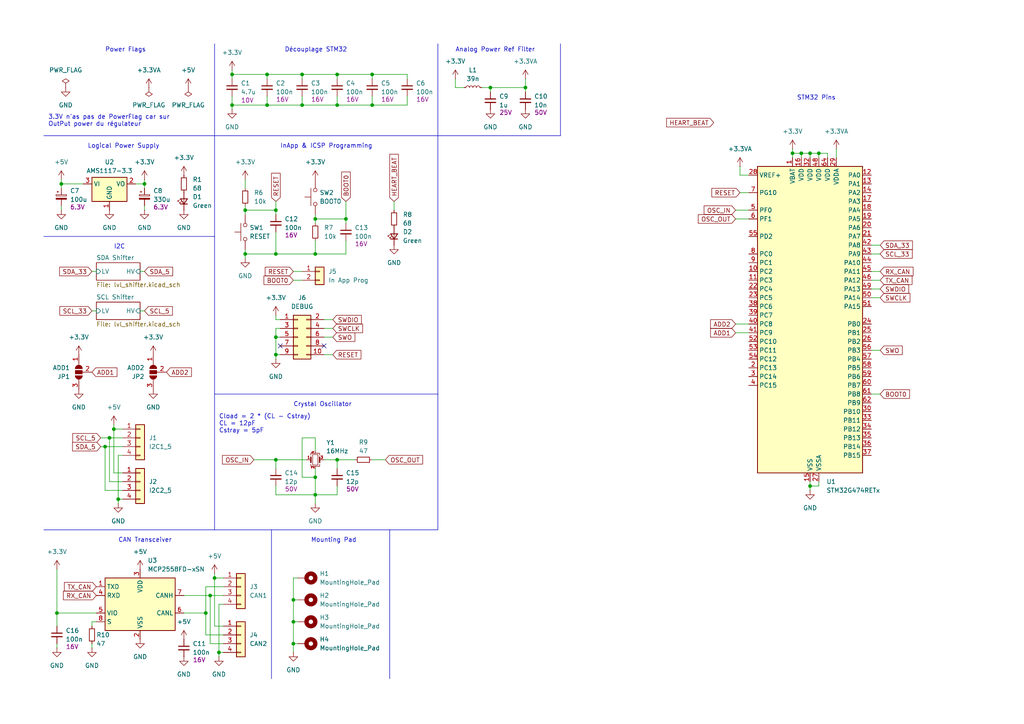
<source format=kicad_sch>
(kicad_sch (version 20231120) (generator "eeschema") (generator_version "8.0")
  (paper "A4")
  (junction (at 67.31 21.59))
  (junction (at 63.5 189.23))
  (junction (at 232.41 44.45))
  (junction (at 85.09 180.34))
  (junction (at 34.29 144.78))
  (junction (at 100.33 63.5))
  (junction (at 97.79 133.35))
  (junction (at 59.69 177.8))
  (junction (at 91.44 138.43))
  (junction (at 60.96 172.72))
  (junction (at 237.49 44.45))
  (junction (at 107.95 30.48))
  (junction (at 71.12 60.96))
  (junction (at 91.44 143.51))
  (junction (at 234.95 44.45))
  (junction (at 87.63 30.48))
  (junction (at 62.23 167.64))
  (junction (at 17.78 53.34))
  (junction (at 16.51 177.8))
  (junction (at 80.01 97.79))
  (junction (at 80.01 60.96))
  (junction (at 107.95 21.59))
  (junction (at 91.44 63.5))
  (junction (at 85.09 173.99))
  (junction (at 87.63 21.59))
  (junction (at 142.24 25.4))
  (junction (at 80.01 102.87))
  (junction (at 80.01 73.66))
  (junction (at 41.91 53.34))
  (junction (at 33.02 124.46))
  (junction (at 31.75 127))
  (junction (at 30.48 129.54))
  (junction (at 67.31 30.48))
  (junction (at 80.01 133.35))
  (junction (at 152.4 25.4))
  (junction (at 234.95 140.97))
  (junction (at 97.79 30.48))
  (junction (at 71.12 73.66))
  (junction (at 77.47 21.59))
  (junction (at 77.47 30.48))
  (junction (at 229.87 44.45))
  (junction (at 85.09 186.69))
  (junction (at 97.79 21.59))
  (junction (at 91.44 73.66))
  (no_connect (at 81.28 100.33))
  (no_connect (at 93.98 100.33))
  (wire (pts (xy 64.77 170.18) (xy 59.69 170.18)))
  (wire (pts (xy 87.63 127) (xy 91.44 127)))
  (wire (pts (xy 252.73 101.6) (xy 255.27 101.6)))
  (wire (pts (xy 85.09 186.69) (xy 86.36 186.69)))
  (wire (pts (xy 114.3 58.42) (xy 114.3 60.96)))
  (wire (pts (xy 33.02 124.46) (xy 35.56 124.46)))
  (wire (pts (xy 91.44 135.89) (xy 91.44 138.43)))
  (wire (pts (xy 142.24 25.4) (xy 142.24 26.67)))
  (wire (pts (xy 152.4 25.4) (xy 142.24 25.4)))
  (wire (pts (xy 139.7 25.4) (xy 142.24 25.4)))
  (wire (pts (xy 64.77 167.64) (xy 62.23 167.64)))
  (wire (pts (xy 87.63 21.59) (xy 77.47 21.59)))
  (wire (pts (xy 132.08 25.4) (xy 134.62 25.4)))
  (wire (pts (xy 16.51 177.8) (xy 16.51 165.1)))
  (wire (pts (xy 85.09 186.69) (xy 85.09 180.34)))
  (wire (pts (xy 26.67 78.74) (xy 27.94 78.74)))
  (wire (pts (xy 80.01 60.96) (xy 71.12 60.96)))
  (wire (pts (xy 213.36 93.98) (xy 217.17 93.98)))
  (wire (pts (xy 100.33 58.42) (xy 100.33 63.5)))
  (wire (pts (xy 213.36 63.5) (xy 217.17 63.5)))
  (wire (pts (xy 237.49 44.45) (xy 234.95 44.45)))
  (wire (pts (xy 252.73 83.82) (xy 255.27 83.82)))
  (wire (pts (xy 40.64 90.17) (xy 41.91 90.17)))
  (wire (pts (xy 81.28 95.25) (xy 80.01 95.25)))
  (wire (pts (xy 29.21 129.54) (xy 30.48 129.54)))
  (wire (pts (xy 63.5 175.26) (xy 63.5 189.23)))
  (polyline (pts (xy 62.23 68.58) (xy 62.23 153.67)))
  (wire (pts (xy 97.79 143.51) (xy 91.44 143.51)))
  (wire (pts (xy 152.4 26.67) (xy 152.4 25.4)))
  (wire (pts (xy 97.79 133.35) (xy 97.79 135.89)))
  (polyline (pts (xy 127 114.3) (xy 62.23 114.3)))
  (wire (pts (xy 100.33 73.66) (xy 91.44 73.66)))
  (wire (pts (xy 93.98 97.79) (xy 96.52 97.79)))
  (wire (pts (xy 252.73 114.3) (xy 255.27 114.3)))
  (wire (pts (xy 107.95 133.35) (xy 111.76 133.35)))
  (wire (pts (xy 67.31 30.48) (xy 67.31 31.75)))
  (wire (pts (xy 240.03 45.72) (xy 240.03 44.45)))
  (wire (pts (xy 252.73 71.12) (xy 255.27 71.12)))
  (wire (pts (xy 16.51 186.69) (xy 16.51 187.96)))
  (wire (pts (xy 85.09 81.28) (xy 87.63 81.28)))
  (wire (pts (xy 62.23 167.64) (xy 62.23 166.37)))
  (wire (pts (xy 87.63 27.94) (xy 87.63 30.48)))
  (wire (pts (xy 234.95 140.97) (xy 234.95 142.24)))
  (wire (pts (xy 93.98 133.35) (xy 97.79 133.35)))
  (polyline (pts (xy 127 12.7) (xy 127 39.37)))
  (wire (pts (xy 34.29 144.78) (xy 35.56 144.78)))
  (wire (pts (xy 118.11 22.86) (xy 118.11 21.59)))
  (polyline (pts (xy 127 39.37) (xy 162.56 39.37)))
  (wire (pts (xy 73.66 133.35) (xy 80.01 133.35)))
  (wire (pts (xy 80.01 91.44) (xy 80.01 92.71)))
  (wire (pts (xy 237.49 139.7) (xy 237.49 140.97)))
  (wire (pts (xy 27.94 177.8) (xy 16.51 177.8)))
  (wire (pts (xy 217.17 50.8) (xy 214.63 50.8)))
  (polyline (pts (xy 62.23 39.37) (xy 127 39.37)))
  (wire (pts (xy 24.13 53.34) (xy 17.78 53.34)))
  (wire (pts (xy 77.47 21.59) (xy 67.31 21.59)))
  (wire (pts (xy 67.31 21.59) (xy 67.31 22.86)))
  (wire (pts (xy 41.91 60.96) (xy 41.91 59.69)))
  (wire (pts (xy 80.01 97.79) (xy 81.28 97.79)))
  (wire (pts (xy 234.95 139.7) (xy 234.95 140.97)))
  (wire (pts (xy 229.87 43.18) (xy 229.87 44.45)))
  (wire (pts (xy 97.79 21.59) (xy 87.63 21.59)))
  (wire (pts (xy 91.44 63.5) (xy 91.44 64.77)))
  (wire (pts (xy 63.5 189.23) (xy 63.5 190.5)))
  (wire (pts (xy 29.21 127) (xy 31.75 127)))
  (wire (pts (xy 34.29 144.78) (xy 34.29 146.05)))
  (wire (pts (xy 39.37 53.34) (xy 41.91 53.34)))
  (wire (pts (xy 107.95 27.94) (xy 107.95 30.48)))
  (wire (pts (xy 62.23 181.61) (xy 62.23 167.64)))
  (wire (pts (xy 232.41 45.72) (xy 232.41 44.45)))
  (wire (pts (xy 214.63 55.88) (xy 217.17 55.88)))
  (wire (pts (xy 213.36 96.52) (xy 217.17 96.52)))
  (wire (pts (xy 67.31 27.94) (xy 67.31 30.48)))
  (wire (pts (xy 234.95 44.45) (xy 232.41 44.45)))
  (wire (pts (xy 214.63 50.8) (xy 214.63 48.26)))
  (wire (pts (xy 87.63 138.43) (xy 91.44 138.43)))
  (wire (pts (xy 97.79 27.94) (xy 97.79 30.48)))
  (wire (pts (xy 26.67 90.17) (xy 27.94 90.17)))
  (wire (pts (xy 85.09 167.64) (xy 86.36 167.64)))
  (wire (pts (xy 80.01 133.35) (xy 88.9 133.35)))
  (wire (pts (xy 234.95 45.72) (xy 234.95 44.45)))
  (wire (pts (xy 17.78 52.07) (xy 17.78 53.34)))
  (wire (pts (xy 107.95 22.86) (xy 107.95 21.59)))
  (wire (pts (xy 252.73 78.74) (xy 255.27 78.74)))
  (wire (pts (xy 91.44 63.5) (xy 100.33 63.5)))
  (wire (pts (xy 107.95 30.48) (xy 97.79 30.48)))
  (polyline (pts (xy 62.23 12.7) (xy 62.23 39.37)))
  (wire (pts (xy 91.44 69.85) (xy 91.44 73.66)))
  (wire (pts (xy 97.79 140.97) (xy 97.79 143.51)))
  (wire (pts (xy 252.73 73.66) (xy 255.27 73.66)))
  (wire (pts (xy 67.31 20.32) (xy 67.31 21.59)))
  (wire (pts (xy 152.4 22.86) (xy 152.4 25.4)))
  (wire (pts (xy 80.01 140.97) (xy 80.01 143.51)))
  (wire (pts (xy 100.33 63.5) (xy 100.33 64.77)))
  (wire (pts (xy 100.33 69.85) (xy 100.33 73.66)))
  (wire (pts (xy 60.96 172.72) (xy 64.77 172.72)))
  (wire (pts (xy 31.75 127) (xy 35.56 127)))
  (polyline (pts (xy 113.03 153.67) (xy 113.03 196.85)))
  (wire (pts (xy 80.01 58.42) (xy 80.01 60.96)))
  (wire (pts (xy 252.73 86.36) (xy 255.27 86.36)))
  (wire (pts (xy 53.34 177.8) (xy 59.69 177.8)))
  (wire (pts (xy 77.47 27.94) (xy 77.47 30.48)))
  (wire (pts (xy 97.79 30.48) (xy 87.63 30.48)))
  (wire (pts (xy 30.48 142.24) (xy 30.48 129.54)))
  (wire (pts (xy 118.11 27.94) (xy 118.11 30.48)))
  (wire (pts (xy 107.95 21.59) (xy 97.79 21.59)))
  (polyline (pts (xy 127 39.37) (xy 127 114.3)))
  (wire (pts (xy 93.98 95.25) (xy 96.52 95.25)))
  (wire (pts (xy 80.01 62.23) (xy 80.01 60.96)))
  (polyline (pts (xy 127 153.67) (xy 127 114.3)))
  (wire (pts (xy 93.98 92.71) (xy 96.52 92.71)))
  (polyline (pts (xy 113.03 153.67) (xy 127 153.67)))
  (wire (pts (xy 80.01 102.87) (xy 81.28 102.87)))
  (wire (pts (xy 93.98 102.87) (xy 96.52 102.87)))
  (wire (pts (xy 240.03 44.45) (xy 237.49 44.45)))
  (wire (pts (xy 237.49 140.97) (xy 234.95 140.97)))
  (polyline (pts (xy 12.7 153.67) (xy 62.23 153.67)))
  (wire (pts (xy 232.41 44.45) (xy 229.87 44.45)))
  (wire (pts (xy 35.56 139.7) (xy 31.75 139.7)))
  (wire (pts (xy 17.78 60.96) (xy 17.78 59.69)))
  (wire (pts (xy 33.02 137.16) (xy 35.56 137.16)))
  (wire (pts (xy 80.01 73.66) (xy 71.12 73.66)))
  (wire (pts (xy 91.44 130.81) (xy 91.44 127)))
  (wire (pts (xy 71.12 52.07) (xy 71.12 54.61)))
  (polyline (pts (xy 62.23 153.67) (xy 78.74 153.67)))
  (wire (pts (xy 71.12 72.39) (xy 71.12 73.66)))
  (wire (pts (xy 80.01 92.71) (xy 81.28 92.71)))
  (wire (pts (xy 87.63 127) (xy 87.63 138.43)))
  (wire (pts (xy 30.48 129.54) (xy 35.56 129.54)))
  (wire (pts (xy 40.64 78.74) (xy 41.91 78.74)))
  (wire (pts (xy 91.44 138.43) (xy 91.44 143.51)))
  (wire (pts (xy 80.01 67.31) (xy 80.01 73.66)))
  (polyline (pts (xy 12.7 39.37) (xy 62.23 39.37)))
  (wire (pts (xy 35.56 132.08) (xy 34.29 132.08)))
  (wire (pts (xy 242.57 43.18) (xy 242.57 45.72)))
  (wire (pts (xy 85.09 180.34) (xy 86.36 180.34)))
  (wire (pts (xy 85.09 173.99) (xy 86.36 173.99)))
  (wire (pts (xy 33.02 123.19) (xy 33.02 124.46)))
  (wire (pts (xy 17.78 53.34) (xy 17.78 54.61)))
  (wire (pts (xy 33.02 124.46) (xy 33.02 137.16)))
  (wire (pts (xy 31.75 139.7) (xy 31.75 127)))
  (wire (pts (xy 16.51 177.8) (xy 16.51 181.61)))
  (wire (pts (xy 85.09 189.23) (xy 85.09 186.69)))
  (wire (pts (xy 60.96 186.69) (xy 60.96 172.72)))
  (polyline (pts (xy 12.7 68.58) (xy 62.23 68.58)))
  (wire (pts (xy 34.29 132.08) (xy 34.29 144.78)))
  (wire (pts (xy 91.44 143.51) (xy 91.44 146.05)))
  (wire (pts (xy 237.49 45.72) (xy 237.49 44.45)))
  (wire (pts (xy 80.01 97.79) (xy 80.01 102.87)))
  (wire (pts (xy 59.69 184.15) (xy 59.69 177.8)))
  (polyline (pts (xy 78.74 153.67) (xy 113.03 153.67)))
  (wire (pts (xy 26.67 180.34) (xy 26.67 181.61)))
  (wire (pts (xy 59.69 170.18) (xy 59.69 177.8)))
  (wire (pts (xy 80.01 102.87) (xy 80.01 104.14)))
  (wire (pts (xy 118.11 30.48) (xy 107.95 30.48)))
  (wire (pts (xy 97.79 133.35) (xy 102.87 133.35)))
  (wire (pts (xy 77.47 22.86) (xy 77.47 21.59)))
  (wire (pts (xy 41.91 53.34) (xy 41.91 54.61)))
  (wire (pts (xy 27.94 180.34) (xy 26.67 180.34)))
  (wire (pts (xy 63.5 189.23) (xy 64.77 189.23)))
  (wire (pts (xy 213.36 60.96) (xy 217.17 60.96)))
  (polyline (pts (xy 162.56 12.7) (xy 162.56 39.37)))
  (wire (pts (xy 91.44 73.66) (xy 80.01 73.66)))
  (wire (pts (xy 80.01 143.51) (xy 91.44 143.51)))
  (wire (pts (xy 41.91 53.34) (xy 41.91 52.07)))
  (wire (pts (xy 229.87 44.45) (xy 229.87 45.72)))
  (wire (pts (xy 132.08 22.86) (xy 132.08 25.4)))
  (wire (pts (xy 118.11 21.59) (xy 107.95 21.59)))
  (wire (pts (xy 35.56 142.24) (xy 30.48 142.24)))
  (wire (pts (xy 53.34 172.72) (xy 60.96 172.72)))
  (wire (pts (xy 80.01 133.35) (xy 80.01 135.89)))
  (wire (pts (xy 64.77 175.26) (xy 63.5 175.26)))
  (wire (pts (xy 71.12 59.69) (xy 71.12 60.96)))
  (wire (pts (xy 77.47 30.48) (xy 67.31 30.48)))
  (wire (pts (xy 252.73 81.28) (xy 255.27 81.28)))
  (wire (pts (xy 97.79 22.86) (xy 97.79 21.59)))
  (wire (pts (xy 87.63 22.86) (xy 87.63 21.59)))
  (polyline (pts (xy 78.74 153.67) (xy 78.74 196.85)))
  (wire (pts (xy 64.77 181.61) (xy 62.23 181.61)))
  (wire (pts (xy 64.77 184.15) (xy 59.69 184.15)))
  (wire (pts (xy 85.09 180.34) (xy 85.09 173.99)))
  (wire (pts (xy 71.12 73.66) (xy 71.12 74.93)))
  (wire (pts (xy 80.01 95.25) (xy 80.01 97.79)))
  (wire (pts (xy 64.77 186.69) (xy 60.96 186.69)))
  (polyline (pts (xy 62.23 39.37) (xy 62.23 68.58)))
  (wire (pts (xy 85.09 173.99) (xy 85.09 167.64)))
  (wire (pts (xy 91.44 62.23) (xy 91.44 63.5)))
  (wire (pts (xy 87.63 30.48) (xy 77.47 30.48)))
  (wire (pts (xy 71.12 60.96) (xy 71.12 62.23)))
  (wire (pts (xy 26.67 186.69) (xy 26.67 187.96)))
  (wire (pts (xy 85.09 78.74) (xy 87.63 78.74)))
  (text "I2C" (at 33.02 72.39 0) (effects (font (size 1.27 1.27)) (justify left bottom)))
  (text "Analog Power Ref Filter" (at 132.08 15.24 0) (effects (font (size 1.27 1.27)) (justify left bottom)))
  (text "STM32 Pins" (at 231.14 29.21 0) (effects (font (size 1.27 1.27)) (justify left bottom)))
  (text "Mounting Pad" (at 90.17 157.48 0) (effects (font (size 1.27 1.27)) (justify left bottom)))
  (text "Crystal Oscillator" (at 85.09 118.11 0) (effects (font (size 1.27 1.27)) (justify left bottom)))
  (text "3.3V n'as pas de PowerFlag car sur \nOutPut power du régulateur" (at 13.97 36.83 0) (effects (font (size 1.27 1.27)) (justify left bottom)))
  (text "Découplage STM32" (at 82.55 15.24 0) (effects (font (size 1.27 1.27)) (justify left bottom)))
  (text "Power Flags" (at 30.48 15.24 0) (effects (font (size 1.27 1.27)) (justify left bottom)))
  (text "CAN Transceiver" (at 34.29 157.48 0) (effects (font (size 1.27 1.27)) (justify left bottom)))
  (text "InApp & ICSP Programming" (at 81.28 43.18 0) (effects (font (size 1.27 1.27)) (justify left bottom)))
  (text "Logical Power Supply" (at 25.4 43.18 0) (effects (font (size 1.27 1.27)) (justify left bottom)))
  (text "Cload = 2 * (CL - Cstray)\nCL = 12pF\nCstray = 5pF" (at 63.5 125.73 0) (effects (font (size 1.27 1.27)) (justify left bottom)))
  (global_label "SDA_5" (shape input) (at 41.91 78.74 0) (property "Intersheetrefs" "${INTERSHEET_REFS}" (effects (hide yes))))
  (global_label "ADD1" (shape input) (at 213.36 96.52 180) (property "Intersheetrefs" "${INTERSHEET_REFS}" (effects (hide yes))))
  (global_label "OSC_OUT" (shape input) (at 111.76 133.35 0) (property "Intersheetrefs" "${INTERSHEET_REFS}" (effects (hide yes))))
  (global_label "TX_CAN" (shape input) (at 27.94 170.18 180) (property "Intersheetrefs" "${INTERSHEET_REFS}" (effects (hide yes))))
  (global_label "SCL_33" (shape input) (at 255.27 73.66 0) (property "Intersheetrefs" "${INTERSHEET_REFS}" (effects (hide yes))))
  (global_label "RESET" (shape input) (at 85.09 78.74 180) (property "Intersheetrefs" "${INTERSHEET_REFS}" (effects (hide yes))))
  (global_label "SWCLK" (shape input) (at 96.52 95.25 0) (property "Intersheetrefs" "${INTERSHEET_REFS}" (effects (hide yes))))
  (global_label "RX_CAN" (shape input) (at 255.27 78.74 0) (property "Intersheetrefs" "${INTERSHEET_REFS}" (effects (hide yes))))
  (global_label "HEART_BEAT" (shape input) (at 114.3 58.42 90) (property "Intersheetrefs" "${INTERSHEET_REFS}" (effects (hide yes))))
  (global_label "SWDIO" (shape input) (at 255.27 83.82 0) (property "Intersheetrefs" "${INTERSHEET_REFS}" (effects (hide yes))))
  (global_label "SDA_33" (shape input) (at 255.27 71.12 0) (property "Intersheetrefs" "${INTERSHEET_REFS}" (effects (hide yes))))
  (global_label "SDA_33" (shape input) (at 26.67 78.74 180) (property "Intersheetrefs" "${INTERSHEET_REFS}" (effects (hide yes))))
  (global_label "SCL_33" (shape input) (at 26.67 90.17 180) (property "Intersheetrefs" "${INTERSHEET_REFS}" (effects (hide yes))))
  (global_label "SWO" (shape input) (at 96.52 97.79 0) (property "Intersheetrefs" "${INTERSHEET_REFS}" (effects (hide yes))))
  (global_label "RESET" (shape input) (at 96.52 102.87 0) (property "Intersheetrefs" "${INTERSHEET_REFS}" (effects (hide yes))))
  (global_label "RX_CAN" (shape input) (at 27.94 172.72 180) (property "Intersheetrefs" "${INTERSHEET_REFS}" (effects (hide yes))))
  (global_label "HEART_BEAT" (shape input) (at 207.01 35.56 180) (property "Intersheetrefs" "${INTERSHEET_REFS}" (effects (hide yes))))
  (global_label "BOOT0" (shape input) (at 100.33 58.42 90) (property "Intersheetrefs" "${INTERSHEET_REFS}" (effects (hide yes))))
  (global_label "SDA_5" (shape input) (at 29.21 129.54 180) (property "Intersheetrefs" "${INTERSHEET_REFS}" (effects (hide yes))))
  (global_label "BOOT0" (shape input) (at 255.27 114.3 0) (property "Intersheetrefs" "${INTERSHEET_REFS}" (effects (hide yes))))
  (global_label "BOOT0" (shape input) (at 85.09 81.28 180) (property "Intersheetrefs" "${INTERSHEET_REFS}" (effects (hide yes))))
  (global_label "OSC_IN" (shape input) (at 213.36 60.96 180) (property "Intersheetrefs" "${INTERSHEET_REFS}" (effects (hide yes))))
  (global_label "SWDIO" (shape input) (at 96.52 92.71 0) (property "Intersheetrefs" "${INTERSHEET_REFS}" (effects (hide yes))))
  (global_label "SWCLK" (shape input) (at 255.27 86.36 0) (property "Intersheetrefs" "${INTERSHEET_REFS}" (effects (hide yes))))
  (global_label "SCL_5" (shape input) (at 41.91 90.17 0) (property "Intersheetrefs" "${INTERSHEET_REFS}" (effects (hide yes))))
  (global_label "SWO" (shape input) (at 255.27 101.6 0) (property "Intersheetrefs" "${INTERSHEET_REFS}" (effects (hide yes))))
  (global_label "RESET" (shape input) (at 214.63 55.88 180) (property "Intersheetrefs" "${INTERSHEET_REFS}" (effects (hide yes))))
  (global_label "SCL_5" (shape input) (at 29.21 127 180) (property "Intersheetrefs" "${INTERSHEET_REFS}" (effects (hide yes))))
  (global_label "ADD1" (shape input) (at 26.67 107.95 0) (property "Intersheetrefs" "${INTERSHEET_REFS}" (effects (hide yes))))
  (global_label "ADD2" (shape input) (at 213.36 93.98 180) (property "Intersheetrefs" "${INTERSHEET_REFS}" (effects (hide yes))))
  (global_label "ADD2" (shape input) (at 48.26 107.95 0) (property "Intersheetrefs" "${INTERSHEET_REFS}" (effects (hide yes))))
  (global_label "OSC_IN" (shape input) (at 73.66 133.35 180) (property "Intersheetrefs" "${INTERSHEET_REFS}" (effects (hide yes))))
  (global_label "RESET" (shape input) (at 80.01 58.42 90) (property "Intersheetrefs" "${INTERSHEET_REFS}" (effects (hide yes))))
  (global_label "OSC_OUT" (shape input) (at 213.36 63.5 180) (property "Intersheetrefs" "${INTERSHEET_REFS}" (effects (hide yes))))
  (global_label "TX_CAN" (shape input) (at 255.27 81.28 0) (property "Intersheetrefs" "${INTERSHEET_REFS}" (effects (hide yes))))
  (symbol (lib_id "power:+5V") (at 53.34 185.42 0) (unit 1)
    (property "Reference" "#PWR033" (effects (hide yes)))
    (property "Value" "+5V" (at 53.34 180.34 0))
    (property "Description" "Power symbol creates a global label with name \"+5V\"" (effects (hide yes)))
  )
  (symbol (lib_id "power:+5V") (at 17.78 52.07 0) (unit 1)
    (property "Reference" "#PWR07" (effects (hide yes)))
    (property "Value" "+5V" (at 17.78 46.99 0))
    (property "Description" "Power symbol creates a global label with name \"+5V\"" (effects (hide yes)))
  )
  (symbol (lib_id "power:GND") (at 53.34 190.5 0) (unit 1)
    (property "Reference" "#PWR034" (effects (hide yes)))
    (property "Value" "GND" (at 53.34 195.58 0))
    (property "Description" "Power symbol creates a global label with name \"GND\" , ground" (effects (hide yes)))
  )
  (symbol (lib_id "Jumper:SolderJumper_3_Open") (at 22.86 107.95 90) (mirror x) (unit 1)
    (property "Reference" "JP1" (at 20.32 109.22 90) (effects (justify left)))
    (property "Value" "ADD1" (at 20.32 106.68 90) (effects (justify left)))
    (property "Footprint" "Jumper:SolderJumper-3_P1.3mm_Open_RoundedPad1.0x1.5mm" (effects (hide yes)))
    (property "Description" "Solder Jumper, 3-pole, open" (effects (hide yes)))
    (property "JLCPCB BOM" "0" (effects (hide yes)))
  )
  (symbol (lib_id "Device:C_Small") (at 152.4 29.21 0) (unit 1)
    (property "Reference" "C10" (at 154.94 27.9463 0) (effects (justify left)))
    (property "Value" "10n" (at 154.94 30.4863 0) (effects (justify left)))
    (property "Footprint" "Capacitor_SMD:C_0402_1005Metric_Pad0.74x0.62mm_HandSolder" (effects (hide yes)))
    (property "Description" "Unpolarized capacitor, small symbol" (effects (hide yes)))
    (property "LCSC Part" "C15195" (effects (hide yes)))
    (property "Tension" "50V" (at 156.845 32.639 0))
  )
  (symbol (lib_id "power:+5V") (at 62.23 166.37 0) (unit 1)
    (property "Reference" "#PWR038" (effects (hide yes)))
    (property "Value" "+5V" (at 62.23 161.29 0))
    (property "Description" "Power symbol creates a global label with name \"+5V\"" (effects (hide yes)))
  )
  (symbol (lib_id "power:GND") (at 85.09 189.23 0) (unit 1)
    (property "Reference" "#PWR045" (effects (hide yes)))
    (property "Value" "GND" (at 85.09 194.31 0))
    (property "Description" "Power symbol creates a global label with name \"GND\" , ground" (effects (hide yes)))
  )
  (symbol (lib_id "power:+3.3V") (at 80.01 91.44 0) (unit 1)
    (property "Reference" "#PWR042" (effects (hide yes)))
    (property "Value" "+3.3V" (at 80.01 86.36 0))
    (property "Description" "Power symbol creates a global label with name \"+3.3V\"" (effects (hide yes)))
  )
  (symbol (lib_id "power:GND") (at 91.44 146.05 0) (unit 1)
    (property "Reference" "#PWR047" (effects (hide yes)))
    (property "Value" "GND" (at 91.44 151.13 0))
    (property "Description" "Power symbol creates a global label with name \"GND\" , ground" (effects (hide yes)))
  )
  (symbol (lib_id "power:+3.3VA") (at 242.57 43.18 0) (unit 1)
    (property "Reference" "#PWR015" (effects (hide yes)))
    (property "Value" "+3.3VA" (at 242.57 38.1 0))
    (property "Description" "Power symbol creates a global label with name \"+3.3VA\"" (effects (hide yes)))
  )
  (symbol (lib_id "Device:C_Small") (at 142.24 29.21 0) (unit 1)
    (property "Reference" "C9" (at 144.78 27.9463 0) (effects (justify left)))
    (property "Value" "1u" (at 144.78 30.4863 0) (effects (justify left)))
    (property "Footprint" "Capacitor_SMD:C_0402_1005Metric_Pad0.74x0.62mm_HandSolder" (effects (hide yes)))
    (property "Description" "Unpolarized capacitor, small symbol" (effects (hide yes)))
    (property "LCSC Part" "C52923" (effects (hide yes)))
    (property "Tension" "25V" (at 146.685 32.639 0))
  )
  (symbol (lib_id "Device:L_Small") (at 137.16 25.4 90) (unit 1)
    (property "Reference" "L1" (at 137.16 20.32 90))
    (property "Value" "39n" (at 137.16 22.86 90))
    (property "Footprint" "Inductor_SMD:L_0402_1005Metric_Pad0.77x0.64mm_HandSolder" (effects (hide yes)))
    (property "Description" "Inductor, small symbol" (effects (hide yes)))
    (property "LCSC Part" "C26443" (effects (hide yes)))
  )
  (symbol (lib_id "power:+3.3VA") (at 43.18 25.4 0) (unit 1)
    (property "Reference" "#PWR02" (effects (hide yes)))
    (property "Value" "+3.3VA" (at 43.18 20.32 0))
    (property "Description" "Power symbol creates a global label with name \"+3.3VA\"" (effects (hide yes)))
  )
  (symbol (lib_id "Device:C_Small") (at 53.34 187.96 0) (unit 1)
    (property "Reference" "C11" (at 55.88 186.6963 0) (effects (justify left)))
    (property "Value" "100n" (at 55.88 189.2363 0) (effects (justify left)))
    (property "Footprint" "Capacitor_SMD:C_0402_1005Metric_Pad0.74x0.62mm_HandSolder" (effects (hide yes)))
    (property "Description" "Unpolarized capacitor, small symbol" (effects (hide yes)))
    (property "LCSC Part" "C1525" (effects (hide yes)))
    (property "Tension" "16V" (at 57.785 191.389 0))
  )
  (symbol (lib_id "Device:C_Small") (at 80.01 64.77 0) (unit 1)
    (property "Reference" "C12" (at 82.55 63.5063 0) (effects (justify left)))
    (property "Value" "100n" (at 82.55 66.0463 0) (effects (justify left)))
    (property "Footprint" "Capacitor_SMD:C_0402_1005Metric_Pad0.74x0.62mm_HandSolder" (effects (hide yes)))
    (property "Description" "Unpolarized capacitor, small symbol" (effects (hide yes)))
    (property "LCSC Part" "C1525" (effects (hide yes)))
    (property "Tension" "16V" (at 84.455 68.199 0))
  )
  (symbol (lib_id "Mechanical:MountingHole_Pad") (at 88.9 180.34 270) (unit 1)
    (property "Reference" "H3" (at 92.71 179.07 90) (effects (justify left)))
    (property "Value" "MountingHole_Pad" (at 92.71 181.61 90) (effects (justify left)))
    (property "Footprint" "MountingHole:MountingHole_3.2mm_M3_Pad_Via" (effects (hide yes)))
    (property "Description" "Mounting Hole with connection" (effects (hide yes)))
    (property "JLCPCB BOM" "0" (effects (hide yes)))
  )
  (symbol (lib_id "Device:C_Small") (at 107.95 25.4 0) (unit 1)
    (property "Reference" "C5" (at 110.49 24.1363 0) (effects (justify left)))
    (property "Value" "100n" (at 110.49 26.6763 0) (effects (justify left)))
    (property "Footprint" "Capacitor_SMD:C_0402_1005Metric_Pad0.74x0.62mm_HandSolder" (effects (hide yes)))
    (property "Description" "Unpolarized capacitor, small symbol" (effects (hide yes)))
    (property "LCSC Part" "C1525" (effects (hide yes)))
    (property "Tension" "16V" (at 112.395 28.829 0))
  )
  (symbol (lib_id "Interface_CAN_LIN:MCP2558FD-xSN") (at 40.64 175.26 0) (unit 1)
    (property "Reference" "U3" (at 42.8341 162.56 0) (effects (justify left)))
    (property "Value" "MCP2558FD-xSN" (at 42.8341 165.1 0) (effects (justify left)))
    (property "Footprint" "Package_SO:SOIC-8_3.9x4.9mm_P1.27mm" (effects (hide yes)))
    (property "Datasheet" "https://ww1.microchip.com/downloads/en/DeviceDoc/20005533A.pdf" (effects (hide yes)))
    (property "Description" "CAN FD Transceiver with Silent Mode, up to 8 Mbps, SOIC-8" (effects (hide yes)))
    (property "LCSC Part" "C124015" (effects (hide yes)))
  )
  (symbol (lib_id "Connector_Generic:Conn_01x04") (at 69.85 170.18 0) (unit 1)
    (property "Reference" "J3" (at 72.39 170.18 0) (effects (justify left)))
    (property "Value" "CAN1" (at 72.39 172.72 0) (effects (justify left)))
    (property "Footprint" "Connector_JST:JST_EH_S4B-EH_1x04_P2.50mm_Horizontal" (effects (hide yes)))
    (property "Description" "Generic connector, single row, 01x04, script generated (kicad-library-utils/schlib/autogen/connector/)" (effects (hide yes)))
    (property "JLCPCB BOM" "0" (effects (hide yes)))
  )
  (symbol (lib_id "Device:C_Small") (at 97.79 25.4 0) (unit 1)
    (property "Reference" "C4" (at 100.33 24.1363 0) (effects (justify left)))
    (property "Value" "100n" (at 100.33 26.6763 0) (effects (justify left)))
    (property "Footprint" "Capacitor_SMD:C_0402_1005Metric_Pad0.74x0.62mm_HandSolder" (effects (hide yes)))
    (property "Description" "Unpolarized capacitor, small symbol" (effects (hide yes)))
    (property "LCSC Part" "C1525" (effects (hide yes)))
    (property "Tension" "16V" (at 102.235 28.829 0))
  )
  (symbol (lib_id "Connector_Generic:Conn_01x04") (at 40.64 139.7 0) (unit 1)
    (property "Reference" "J2" (at 43.18 139.7 0) (effects (justify left)))
    (property "Value" "I2C2_5" (at 43.18 142.24 0) (effects (justify left)))
    (property "Footprint" "Connector_JST:JST_EH_S4B-EH_1x04_P2.50mm_Horizontal" (effects (hide yes)))
    (property "Description" "Generic connector, single row, 01x04, script generated (kicad-library-utils/schlib/autogen/connector/)" (effects (hide yes)))
    (property "JLCPCB BOM" "0" (effects (hide yes)))
  )
  (symbol (lib_id "power:GND") (at 41.91 60.96 0) (unit 1)
    (property "Reference" "#PWR011" (effects (hide yes)))
    (property "Value" "GND" (at 41.91 66.04 0))
    (property "Description" "Power symbol creates a global label with name \"GND\" , ground" (effects (hide yes)))
  )
  (symbol (lib_id "power:PWR_FLAG") (at 54.61 25.4 180) (unit 1)
    (property "Reference" "#FLG04" (effects (hide yes)))
    (property "Value" "PWR_FLAG" (at 54.61 30.48 0))
    (property "Description" "Special symbol for telling ERC where power comes from" (effects (hide yes)))
  )
  (symbol (lib_id "Device:C_Small") (at 80.01 138.43 0) (unit 1)
    (property "Reference" "C14" (at 82.55 137.1663 0) (effects (justify left)))
    (property "Value" "12p" (at 82.55 139.7063 0) (effects (justify left)))
    (property "Footprint" "Capacitor_SMD:C_0402_1005Metric_Pad0.74x0.62mm_HandSolder" (effects (hide yes)))
    (property "Description" "Unpolarized capacitor, small symbol" (effects (hide yes)))
    (property "LCSC Part" "C1547" (effects (hide yes)))
    (property "Tension" "50V" (at 84.455 141.859 0))
  )
  (symbol (lib_id "power:GND") (at 40.64 185.42 0) (unit 1)
    (property "Reference" "#PWR031" (effects (hide yes)))
    (property "Value" "GND" (at 40.64 190.5 0))
    (property "Description" "Power symbol creates a global label with name \"GND\" , ground" (effects (hide yes)))
  )
  (symbol (lib_id "Jumper:SolderJumper_3_Open") (at 44.45 107.95 90) (mirror x) (unit 1)
    (property "Reference" "JP2" (at 41.91 109.22 90) (effects (justify left)))
    (property "Value" "ADD2" (at 41.91 106.68 90) (effects (justify left)))
    (property "Footprint" "Jumper:SolderJumper-3_P1.3mm_Open_RoundedPad1.0x1.5mm" (effects (hide yes)))
    (property "Description" "Solder Jumper, 3-pole, open" (effects (hide yes)))
    (property "JLCPCB BOM" "0" (effects (hide yes)))
  )
  (symbol (lib_id "power:+3.3V") (at 229.87 43.18 0) (unit 1)
    (property "Reference" "#PWR014" (effects (hide yes)))
    (property "Value" "+3.3V" (at 229.87 38.1 0))
    (property "Description" "Power symbol creates a global label with name \"+3.3V\"" (effects (hide yes)))
  )
  (symbol (lib_id "power:PWR_FLAG") (at 19.05 25.4 0) (unit 1)
    (property "Reference" "#FLG01" (effects (hide yes)))
    (property "Value" "PWR_FLAG" (at 19.05 20.32 0))
    (property "Description" "Special symbol for telling ERC where power comes from" (effects (hide yes)))
  )
  (symbol (lib_id "Connector_Generic:Conn_01x04") (at 69.85 184.15 0) (unit 1)
    (property "Reference" "J4" (at 72.39 184.15 0) (effects (justify left)))
    (property "Value" "CAN2" (at 72.39 186.69 0) (effects (justify left)))
    (property "Footprint" "Connector_JST:JST_EH_S4B-EH_1x04_P2.50mm_Horizontal" (effects (hide yes)))
    (property "Description" "Generic connector, single row, 01x04, script generated (kicad-library-utils/schlib/autogen/connector/)" (effects (hide yes)))
    (property "JLCPCB BOM" "0" (effects (hide yes)))
  )
  (symbol (lib_id "power:+3.3VA") (at 214.63 48.26 0) (unit 1)
    (property "Reference" "#PWR046" (effects (hide yes)))
    (property "Value" "+3.3VA" (at 214.63 43.18 0))
    (property "Description" "Power symbol creates a global label with name \"+3.3VA\"" (effects (hide yes)))
  )
  (symbol (lib_id "power:+5V") (at 40.64 165.1 0) (unit 1)
    (property "Reference" "#PWR032" (effects (hide yes)))
    (property "Value" "+5V" (at 40.64 160.02 0))
    (property "Description" "Power symbol creates a global label with name \"+5V\"" (effects (hide yes)))
  )
  (symbol (lib_id "power:GND") (at 34.29 146.05 0) (unit 1)
    (property "Reference" "#PWR029" (effects (hide yes)))
    (property "Value" "GND" (at 34.29 151.13 0))
    (property "Description" "Power symbol creates a global label with name \"GND\" , ground" (effects (hide yes)))
  )
  (symbol (lib_id "power:GND") (at 44.45 113.03 0) (unit 1)
    (property "Reference" "#PWR026" (effects (hide yes)))
    (property "Value" "GND" (at 44.45 118.11 0))
    (property "Description" "Power symbol creates a global label with name \"GND\" , ground" (effects (hide yes)))
  )
  (symbol (lib_id "Device:C_Small") (at 67.31 25.4 0) (unit 1)
    (property "Reference" "C1" (at 69.85 24.1363 0) (effects (justify left)))
    (property "Value" "4.7u" (at 69.85 26.67 0) (effects (justify left)))
    (property "Footprint" "Capacitor_SMD:C_0402_1005Metric_Pad0.74x0.62mm_HandSolder" (effects (hide yes)))
    (property "Description" "Unpolarized capacitor, small symbol" (effects (hide yes)))
    (property "LCSC Part" "C23733" (effects (hide yes)))
    (property "Tension" "10V" (at 71.755 29.083 0))
  )
  (symbol (lib_id "Device:R_Small") (at 114.3 63.5 0) (unit 1)
    (property "Reference" "R8" (at 116.84 62.23 0) (effects (justify left)))
    (property "Value" "68" (at 116.84 64.77 0) (effects (justify left)))
    (property "Footprint" "Resistor_SMD:R_0805_2012Metric_Pad1.20x1.40mm_HandSolder" (effects (hide yes)))
    (property "Description" "Resistor, small symbol" (effects (hide yes)))
    (property "LCSC Part" "C17802" (effects (hide yes)))
  )
  (symbol (lib_id "Device:C_Small") (at 118.11 25.4 0) (unit 1)
    (property "Reference" "C6" (at 120.65 24.1363 0) (effects (justify left)))
    (property "Value" "100n" (at 120.65 26.6763 0) (effects (justify left)))
    (property "Footprint" "Capacitor_SMD:C_0402_1005Metric_Pad0.74x0.62mm_HandSolder" (effects (hide yes)))
    (property "Description" "Unpolarized capacitor, small symbol" (effects (hide yes)))
    (property "LCSC Part" "C1525" (effects (hide yes)))
    (property "Tension" "16V" (at 122.555 28.829 0))
  )
  (symbol (lib_id "Device:Crystal_GND24_Small") (at 91.44 133.35 0) (unit 1)
    (property "Reference" "Y1" (at 95.885 128.397 0))
    (property "Value" "16MHz" (at 97.79 130.81 0))
    (property "Footprint" "Crystal:Crystal_SMD_3225-4Pin_3.2x2.5mm_HandSoldering" (effects (hide yes)))
    (property "Description" "Four pin crystal, GND on pins 2 and 4, small symbol" (effects (hide yes)))
    (property "LCSC Part" "C13738" (effects (hide yes)))
  )
  (symbol (lib_id "power:+3.3V") (at 22.86 102.87 0) (unit 1)
    (property "Reference" "#PWR027" (effects (hide yes)))
    (property "Value" "+3.3V" (at 22.86 97.79 0))
    (property "Description" "Power symbol creates a global label with name \"+3.3V\"" (effects (hide yes)))
  )
  (symbol (lib_id "Connector_Generic:Conn_01x04") (at 40.64 127 0) (unit 1)
    (property "Reference" "J1" (at 43.18 127 0) (effects (justify left)))
    (property "Value" "I2C1_5" (at 43.18 129.54 0) (effects (justify left)))
    (property "Footprint" "Connector_JST:JST_EH_S4B-EH_1x04_P2.50mm_Horizontal" (effects (hide yes)))
    (property "Description" "Generic connector, single row, 01x04, script generated (kicad-library-utils/schlib/autogen/connector/)" (effects (hide yes)))
    (property "JLCPCB BOM" "0" (effects (hide yes)))
  )
  (symbol (lib_id "Regulator_Linear:AMS1117-3.3") (at 31.75 53.34 0) (unit 1)
    (property "Reference" "U2" (at 31.75 46.99 0))
    (property "Value" "AMS1117-3.3" (at 31.75 49.53 0))
    (property "Footprint" "Package_TO_SOT_SMD:SOT-223-3_TabPin2" (effects (hide yes)))
    (property "Datasheet" "http://www.advanced-monolithic.com/pdf/ds1117.pdf" (effects (hide yes)))
    (property "Description" "1A Low Dropout regulator, positive, 3.3V fixed output, SOT-223" (effects (hide yes)))
    (property "LCSC Part" "C6186" (effects (hide yes)))
  )
  (symbol (lib_id "power:+3.3V") (at 53.34 50.8 0) (unit 1)
    (property "Reference" "#PWR020" (effects (hide yes)))
    (property "Value" "+3.3V" (at 53.34 45.72 0))
    (property "Description" "Power symbol creates a global label with name \"+3.3V\"" (effects (hide yes)))
  )
  (symbol (lib_id "power:GND") (at 142.24 31.75 0) (unit 1)
    (property "Reference" "#PWR018" (effects (hide yes)))
    (property "Value" "GND" (at 142.24 36.83 0))
    (property "Description" "Power symbol creates a global label with name \"GND\" , ground" (effects (hide yes)))
  )
  (symbol (lib_id "Device:C_Small") (at 100.33 67.31 0) (unit 1)
    (property "Reference" "C13" (at 102.87 66.0463 0) (effects (justify left)))
    (property "Value" "100n" (at 102.87 68.5863 0) (effects (justify left)))
    (property "Footprint" "Capacitor_SMD:C_0402_1005Metric_Pad0.74x0.62mm_HandSolder" (effects (hide yes)))
    (property "Description" "Unpolarized capacitor, small symbol" (effects (hide yes)))
    (property "LCSC Part" "C1525" (effects (hide yes)))
    (property "Tension" "16V" (at 104.775 70.739 0))
  )
  (symbol (lib_id "Mechanical:MountingHole_Pad") (at 88.9 167.64 270) (unit 1)
    (property "Reference" "H1" (at 92.71 166.37 90) (effects (justify left)))
    (property "Value" "MountingHole_Pad" (at 92.71 168.91 90) (effects (justify left)))
    (property "Footprint" "MountingHole:MountingHole_3.2mm_M3_Pad_Via" (effects (hide yes)))
    (property "Description" "Mounting Hole with connection" (effects (hide yes)))
    (property "JLCPCB BOM" "0" (effects (hide yes)))
  )
  (symbol (lib_id "Switch:SW_Push") (at 71.12 67.31 90) (unit 1)
    (property "Reference" "SW1" (at 72.39 66.04 90) (effects (justify right)))
    (property "Value" "RESET" (at 72.39 68.58 90) (effects (justify right)))
    (property "Footprint" "ARIG:SW_TS_1088_AR_3x4x2" (effects (hide yes)))
    (property "Description" "Push button switch, generic, two pins" (effects (hide yes)))
    (property "LCSC Part" "C720477" (effects (hide yes)))
  )
  (symbol (lib_id "Device:C_Small") (at 77.47 25.4 0) (unit 1)
    (property "Reference" "C2" (at 80.01 24.1363 0) (effects (justify left)))
    (property "Value" "100n" (at 80.01 26.6763 0) (effects (justify left)))
    (property "Footprint" "Capacitor_SMD:C_0402_1005Metric_Pad0.74x0.62mm_HandSolder" (effects (hide yes)))
    (property "Description" "Unpolarized capacitor, small symbol" (effects (hide yes)))
    (property "LCSC Part" "C1525" (effects (hide yes)))
    (property "Tension" "16V" (at 81.915 28.829 0))
  )
  (symbol (lib_id "Switch:SW_Push") (at 91.44 57.15 90) (unit 1)
    (property "Reference" "SW2" (at 92.71 55.88 90) (effects (justify right)))
    (property "Value" "BOOT0" (at 92.71 58.42 90) (effects (justify right)))
    (property "Footprint" "ARIG:SW_TS_1088_AR_3x4x2" (effects (hide yes)))
    (property "Description" "Push button switch, generic, two pins" (effects (hide yes)))
    (property "LCSC Part" "C720477" (effects (hide yes)))
  )
  (symbol (lib_id "Device:R_Small") (at 91.44 67.31 0) (unit 1)
    (property "Reference" "R7" (at 93.98 66.04 0) (effects (justify left)))
    (property "Value" "10k" (at 93.98 68.58 0) (effects (justify left)))
    (property "Footprint" "Resistor_SMD:R_0805_2012Metric_Pad1.20x1.40mm_HandSolder" (effects (hide yes)))
    (property "Description" "Resistor, small symbol" (effects (hide yes)))
    (property "LCSC Part" "C17414" (effects (hide yes)))
  )
  (symbol (lib_id "Device:R_Small") (at 26.67 184.15 0) (unit 1)
    (property "Reference" "R10" (at 27.94 184.15 0) (effects (justify left)))
    (property "Value" "47" (at 27.94 186.69 0) (effects (justify left)))
    (property "Footprint" "Resistor_SMD:R_0402_1005Metric_Pad0.72x0.64mm_HandSolder" (effects (hide yes)))
    (property "Description" "Resistor, small symbol" (effects (hide yes)))
    (property "LCSC Part" "C25118" (effects (hide yes)))
  )
  (symbol (lib_id "power:+5V") (at 54.61 25.4 0) (unit 1)
    (property "Reference" "#PWR03" (effects (hide yes)))
    (property "Value" "+5V" (at 54.61 20.32 0))
    (property "Description" "Power symbol creates a global label with name \"+5V\"" (effects (hide yes)))
  )
  (symbol (lib_id "Device:C_Small") (at 16.51 184.15 0) (unit 1)
    (property "Reference" "C16" (at 19.05 182.8863 0) (effects (justify left)))
    (property "Value" "100n" (at 19.05 185.4263 0) (effects (justify left)))
    (property "Footprint" "Capacitor_SMD:C_0402_1005Metric_Pad0.74x0.62mm_HandSolder" (effects (hide yes)))
    (property "Description" "Unpolarized capacitor, small symbol" (effects (hide yes)))
    (property "LCSC Part" "C1525" (effects (hide yes)))
    (property "Tension" "16V" (at 20.955 187.579 0))
  )
  (symbol (lib_id "power:+3.3VA") (at 152.4 22.86 0) (unit 1)
    (property "Reference" "#PWR013" (effects (hide yes)))
    (property "Value" "+3.3VA" (at 152.4 17.78 0))
    (property "Description" "Power symbol creates a global label with name \"+3.3VA\"" (effects (hide yes)))
  )
  (symbol (lib_id "Device:R_Small") (at 71.12 57.15 0) (unit 1)
    (property "Reference" "R6" (at 73.66 55.88 0) (effects (justify left)))
    (property "Value" "10k" (at 73.66 58.42 0) (effects (justify left)))
    (property "Footprint" "Resistor_SMD:R_0805_2012Metric_Pad1.20x1.40mm_HandSolder" (effects (hide yes)))
    (property "Description" "Resistor, small symbol" (effects (hide yes)))
    (property "LCSC Part" "C17414" (effects (hide yes)))
  )
  (symbol (lib_id "Device:R_Small") (at 53.34 53.34 0) (unit 1)
    (property "Reference" "R1" (at 55.88 52.07 0) (effects (justify left)))
    (property "Value" "68" (at 55.88 54.61 0) (effects (justify left)))
    (property "Footprint" "Resistor_SMD:R_0805_2012Metric_Pad1.20x1.40mm_HandSolder" (effects (hide yes)))
    (property "Description" "Resistor, small symbol" (effects (hide yes)))
    (property "LCSC Part" "C17802" (effects (hide yes)))
  )
  (symbol (lib_id "power:GND") (at 152.4 31.75 0) (unit 1)
    (property "Reference" "#PWR016" (effects (hide yes)))
    (property "Value" "GND" (at 152.4 36.83 0))
    (property "Description" "Power symbol creates a global label with name \"GND\" , ground" (effects (hide yes)))
  )
  (symbol (lib_id "power:+3.3V") (at 67.31 20.32 0) (unit 1)
    (property "Reference" "#PWR05" (effects (hide yes)))
    (property "Value" "+3.3V" (at 67.31 15.24 0))
    (property "Description" "Power symbol creates a global label with name \"+3.3V\"" (effects (hide yes)))
  )
  (symbol (lib_id "power:GND") (at 16.51 187.96 0) (unit 1)
    (property "Reference" "#PWR01" (effects (hide yes)))
    (property "Value" "GND" (at 16.51 193.04 0))
    (property "Description" "Power symbol creates a global label with name \"GND\" , ground" (effects (hide yes)))
  )
  (symbol (lib_id "Device:C_Small") (at 87.63 25.4 0) (unit 1)
    (property "Reference" "C3" (at 90.17 24.1363 0) (effects (justify left)))
    (property "Value" "100n" (at 90.17 26.6763 0) (effects (justify left)))
    (property "Footprint" "Capacitor_SMD:C_0402_1005Metric_Pad0.74x0.62mm_HandSolder" (effects (hide yes)))
    (property "Description" "Unpolarized capacitor, small symbol" (effects (hide yes)))
    (property "LCSC Part" "C1525" (effects (hide yes)))
    (property "Tension" "16V" (at 92.075 28.829 0))
  )
  (symbol (lib_id "power:GND") (at 17.78 60.96 0) (unit 1)
    (property "Reference" "#PWR09" (effects (hide yes)))
    (property "Value" "GND" (at 17.78 66.04 0))
    (property "Description" "Power symbol creates a global label with name \"GND\" , ground" (effects (hide yes)))
  )
  (symbol (lib_id "Device:LED_Small") (at 114.3 68.58 90) (unit 1)
    (property "Reference" "D2" (at 116.84 67.2465 90) (effects (justify right)))
    (property "Value" "Green" (at 116.84 69.7865 90) (effects (justify right)))
    (property "Footprint" "LED_SMD:LED_0805_2012Metric_Pad1.15x1.40mm_HandSolder" (effects (hide yes)))
    (property "Description" "Light emitting diode, small symbol" (effects (hide yes)))
    (property "LCSC Part" "C63855" (effects (hide yes)))
  )
  (symbol (lib_id "power:GND") (at 114.3 71.12 0) (unit 1)
    (property "Reference" "#PWR043" (effects (hide yes)))
    (property "Value" "GND" (at 114.3 76.2 0))
    (property "Description" "Power symbol creates a global label with name \"GND\" , ground" (effects (hide yes)))
  )
  (symbol (lib_id "power:GND") (at 80.01 104.14 0) (unit 1)
    (property "Reference" "#PWR044" (effects (hide yes)))
    (property "Value" "GND" (at 80.01 109.22 0))
    (property "Description" "Power symbol creates a global label with name \"GND\" , ground" (effects (hide yes)))
  )
  (symbol (lib_id "power:GND") (at 67.31 31.75 0) (unit 1)
    (property "Reference" "#PWR06" (effects (hide yes)))
    (property "Value" "GND" (at 67.31 36.83 0))
    (property "Description" "Power symbol creates a global label with name \"GND\" , ground" (effects (hide yes)))
  )
  (symbol (lib_id "power:GND") (at 63.5 190.5 0) (unit 1)
    (property "Reference" "#PWR037" (effects (hide yes)))
    (property "Value" "GND" (at 63.5 195.58 0))
    (property "Description" "Power symbol creates a global label with name \"GND\" , ground" (effects (hide yes)))
  )
  (symbol (lib_id "Mechanical:MountingHole_Pad") (at 88.9 186.69 270) (unit 1)
    (property "Reference" "H4" (at 92.71 185.42 90) (effects (justify left)))
    (property "Value" "MountingHole_Pad" (at 92.71 187.96 90) (effects (justify left)))
    (property "Footprint" "MountingHole:MountingHole_3.2mm_M3_Pad_Via" (effects (hide yes)))
    (property "Description" "Mounting Hole with connection" (effects (hide yes)))
    (property "JLCPCB BOM" "0" (effects (hide yes)))
  )
  (symbol (lib_id "power:+3.3V") (at 44.45 102.87 0) (unit 1)
    (property "Reference" "#PWR028" (effects (hide yes)))
    (property "Value" "+3.3V" (at 44.45 97.79 0))
    (property "Description" "Power symbol creates a global label with name \"+3.3V\"" (effects (hide yes)))
  )
  (symbol (lib_id "power:+3.3V") (at 132.08 22.86 0) (unit 1)
    (property "Reference" "#PWR012" (effects (hide yes)))
    (property "Value" "+3.3V" (at 132.08 17.78 0))
    (property "Description" "Power symbol creates a global label with name \"+3.3V\"" (effects (hide yes)))
  )
  (symbol (lib_id "power:+5V") (at 33.02 123.19 0) (unit 1)
    (property "Reference" "#PWR030" (effects (hide yes)))
    (property "Value" "+5V" (at 33.02 118.11 0))
    (property "Description" "Power symbol creates a global label with name \"+5V\"" (effects (hide yes)))
  )
  (symbol (lib_id "power:GND") (at 22.86 113.03 0) (unit 1)
    (property "Reference" "#PWR025" (effects (hide yes)))
    (property "Value" "GND" (at 22.86 118.11 0))
    (property "Description" "Power symbol creates a global label with name \"GND\" , ground" (effects (hide yes)))
  )
  (symbol (lib_id "power:GND") (at 31.75 60.96 0) (unit 1)
    (property "Reference" "#PWR010" (effects (hide yes)))
    (property "Value" "GND" (at 31.75 66.04 0))
    (property "Description" "Power symbol creates a global label with name \"GND\" , ground" (effects (hide yes)))
  )
  (symbol (lib_id "power:GND") (at 53.34 60.96 0) (unit 1)
    (property "Reference" "#PWR019" (effects (hide yes)))
    (property "Value" "GND" (at 53.34 66.04 0))
    (property "Description" "Power symbol creates a global label with name \"GND\" , ground" (effects (hide yes)))
  )
  (symbol (lib_id "Device:R_Small") (at 105.41 133.35 270) (unit 1)
    (property "Reference" "R9" (at 105.41 128.27 90))
    (property "Value" "47" (at 105.41 130.81 90))
    (property "Footprint" "Resistor_SMD:R_0402_1005Metric_Pad0.72x0.64mm_HandSolder" (effects (hide yes)))
    (property "Description" "Resistor, small symbol" (effects (hide yes)))
    (property "LCSC Part" "C25118" (effects (hide yes)))
  )
  (symbol (lib_id "power:GND") (at 19.05 25.4 0) (unit 1)
    (property "Reference" "#PWR04" (effects (hide yes)))
    (property "Value" "GND" (at 19.05 30.48 0))
    (property "Description" "Power symbol creates a global label with name \"GND\" , ground" (effects (hide yes)))
  )
  (symbol (lib_id "Connector_Generic:Conn_01x02") (at 92.71 78.74 0) (unit 1)
    (property "Reference" "J5" (at 95.25 78.74 0) (effects (justify left)))
    (property "Value" "In App Prog" (at 95.25 81.28 0) (effects (justify left)))
    (property "Footprint" "Connector_JST:JST_EH_S2B-EH_1x02_P2.50mm_Horizontal" (effects (hide yes)))
    (property "Description" "Generic connector, single row, 01x02, script generated (kicad-library-utils/schlib/autogen/connector/)" (effects (hide yes)))
    (property "JLCPCB BOM" "0" (effects (hide yes)))
  )
  (symbol (lib_id "MCU_ST_STM32G4:STM32G474RETx") (at 234.95 93.98 0) (unit 1)
    (property "Reference" "U1" (at 239.6841 139.7 0) (effects (justify left)))
    (property "Value" "STM32G474RETx" (at 239.6841 142.24 0) (effects (justify left)))
    (property "Footprint" "Package_QFP:LQFP-64_10x10mm_P0.5mm" (effects (hide yes)))
    (property "Datasheet" "https://www.st.com/resource/en/datasheet/stm32g474re.pdf" (effects (hide yes)))
    (property "Description" "STMicroelectronics Arm Cortex-M4 MCU, 512KB flash, 128KB RAM, 170 MHz, 1.71-3.6V, 52 GPIO, LQFP64" (effects (hide yes)))
    (property "LCSC Part" "C521608" (effects (hide yes)))
  )
  (symbol (lib_id "power:PWR_FLAG") (at 43.18 25.4 180) (unit 1)
    (property "Reference" "#FLG03" (effects (hide yes)))
    (property "Value" "PWR_FLAG" (at 43.18 30.48 0))
    (property "Description" "Special symbol for telling ERC where power comes from" (effects (hide yes)))
  )
  (symbol (lib_id "Device:C_Small") (at 97.79 138.43 0) (unit 1)
    (property "Reference" "C15" (at 100.33 137.1663 0) (effects (justify left)))
    (property "Value" "12p" (at 100.33 139.7063 0) (effects (justify left)))
    (property "Footprint" "Capacitor_SMD:C_0402_1005Metric_Pad0.74x0.62mm_HandSolder" (effects (hide yes)))
    (property "Description" "Unpolarized capacitor, small symbol" (effects (hide yes)))
    (property "LCSC Part" "C1547" (effects (hide yes)))
    (property "Tension" "50V" (at 102.235 141.859 0))
  )
  (symbol (lib_id "power:+3.3V") (at 41.91 52.07 0) (unit 1)
    (property "Reference" "#PWR08" (effects (hide yes)))
    (property "Value" "+3.3V" (at 41.91 46.99 0))
    (property "Description" "Power symbol creates a global label with name \"+3.3V\"" (effects (hide yes)))
  )
  (symbol (lib_id "power:+3.3V") (at 16.51 165.1 0) (unit 1)
    (property "Reference" "#PWR036" (effects (hide yes)))
    (property "Value" "+3.3V" (at 16.51 160.02 0))
    (property "Description" "Power symbol creates a global label with name \"+3.3V\"" (effects (hide yes)))
  )
  (symbol (lib_id "power:+3.3V") (at 71.12 52.07 0) (unit 1)
    (property "Reference" "#PWR039" (effects (hide yes)))
    (property "Value" "+3.3V" (at 71.12 46.99 0))
    (property "Description" "Power symbol creates a global label with name \"+3.3V\"" (effects (hide yes)))
  )
  (symbol (lib_id "power:GND") (at 71.12 74.93 0) (unit 1)
    (property "Reference" "#PWR040" (effects (hide yes)))
    (property "Value" "GND" (at 71.12 80.01 0))
    (property "Description" "Power symbol creates a global label with name \"GND\" , ground" (effects (hide yes)))
  )
  (symbol (lib_id "Mechanical:MountingHole_Pad") (at 88.9 173.99 270) (unit 1)
    (property "Reference" "H2" (at 92.71 172.72 90) (effects (justify left)))
    (property "Value" "MountingHole_Pad" (at 92.71 175.26 90) (effects (justify left)))
    (property "Footprint" "MountingHole:MountingHole_3.2mm_M3_Pad_Via" (effects (hide yes)))
    (property "Description" "Mounting Hole with connection" (effects (hide yes)))
    (property "JLCPCB BOM" "0" (effects (hide yes)))
  )
  (symbol (lib_id "power:GND") (at 234.95 142.24 0) (unit 1)
    (property "Reference" "#PWR017" (effects (hide yes)))
    (property "Value" "GND" (at 234.95 147.32 0))
    (property "Description" "Power symbol creates a global label with name \"GND\" , ground" (effects (hide yes)))
  )
  (symbol (lib_id "Device:C_Polarized_Small") (at 41.91 57.15 0) (unit 1)
    (property "Reference" "C8" (at 44.45 55.3339 0) (effects (justify left)))
    (property "Value" "330u" (at 44.45 57.8739 0) (effects (justify left)))
    (property "Footprint" "Capacitor_SMD:CP_Elec_6.3x7.7" (effects (hide yes)))
    (property "Description" "Polarized capacitor, small symbol" (effects (hide yes)))
    (property "LCSC Part" "C249900" (effects (hide yes)))
    (property "Tension" "6.3V" (at 46.609 60.071 0))
  )
  (symbol (lib_id "Device:C_Polarized_Small") (at 17.78 57.15 0) (unit 1)
    (property "Reference" "C7" (at 20.32 55.3339 0) (effects (justify left)))
    (property "Value" "100u" (at 20.32 57.8739 0) (effects (justify left)))
    (property "Footprint" "Capacitor_SMD:CP_Elec_5x5.3" (effects (hide yes)))
    (property "Description" "Polarized capacitor, small symbol" (effects (hide yes)))
    (property "LCSC Part" "C249463" (effects (hide yes)))
    (property "Tension" "6.3V" (at 22.479 60.071 0))
  )
  (symbol (lib_id "power:GND") (at 26.67 187.96 0) (unit 1)
    (property "Reference" "#PWR035" (effects (hide yes)))
    (property "Value" "GND" (at 26.67 193.04 0))
    (property "Description" "Power symbol creates a global label with name \"GND\" , ground" (effects (hide yes)))
  )
  (symbol (lib_id "Device:LED_Small") (at 53.34 58.42 90) (unit 1)
    (property "Reference" "D1" (at 55.88 57.0865 90) (effects (justify right)))
    (property "Value" "Green" (at 55.88 59.6265 90) (effects (justify right)))
    (property "Footprint" "LED_SMD:LED_0805_2012Metric_Pad1.15x1.40mm_HandSolder" (effects (hide yes)))
    (property "Description" "Light emitting diode, small symbol" (effects (hide yes)))
    (property "LCSC Part" "C63855" (effects (hide yes)))
  )
  (symbol (lib_id "Connector_Generic:Conn_02x05_Odd_Even") (at 86.36 97.79 0) (unit 1)
    (property "Reference" "J6" (at 87.63 86.36 0))
    (property "Value" "DEBUG" (at 87.63 88.9 0))
    (property "Footprint" "Connector_PinHeader_1.27mm:PinHeader_2x05_P1.27mm_Vertical_SMD" (effects (hide yes)))
    (property "Description" "Generic connector, double row, 02x05, odd/even pin numbering scheme (row 1 odd numbers, row 2 even numbers), script generated (kicad-library-utils/schlib/autogen/connector/)" (effects (hide yes)))
    (property "LCSC Part" "C5160761" (effects (hide yes)))
  )
  (symbol (lib_id "power:+3.3V") (at 91.44 52.07 0) (unit 1)
    (property "Reference" "#PWR041" (effects (hide yes)))
    (property "Value" "+3.3V" (at 91.44 46.99 0))
    (property "Description" "Power symbol creates a global label with name \"+3.3V\"" (effects (hide yes)))
  )
  (sheet (at 27.94 87.63) (size 12.7 5.08) (stroke (width 0.1524))
    (property "Sheetname" "SCL Shifter" (at 27.94 86.9184 0) (effects (justify left bottom)))
    (property "Sheetfile" "lvl_shifter.kicad_sch" (at 27.94 93.2946 0) (effects (justify left top)))
    (pin "LV" input (at 27.94 90.17 180))
    (pin "HV" input (at 40.64 90.17 0))
  )
  (sheet (at 27.94 76.2) (size 12.7 5.08) (stroke (width 0.1524))
    (property "Sheetname" "SDA Shifter" (at 27.94 75.4884 0) (effects (justify left bottom)))
    (property "Sheetfile" "lvl_shifter.kicad_sch" (at 27.94 81.8646 0) (effects (justify left top)))
    (pin "LV" input (at 27.94 78.74 180))
    (pin "HV" input (at 40.64 78.74 0))
  )
)
</source>
